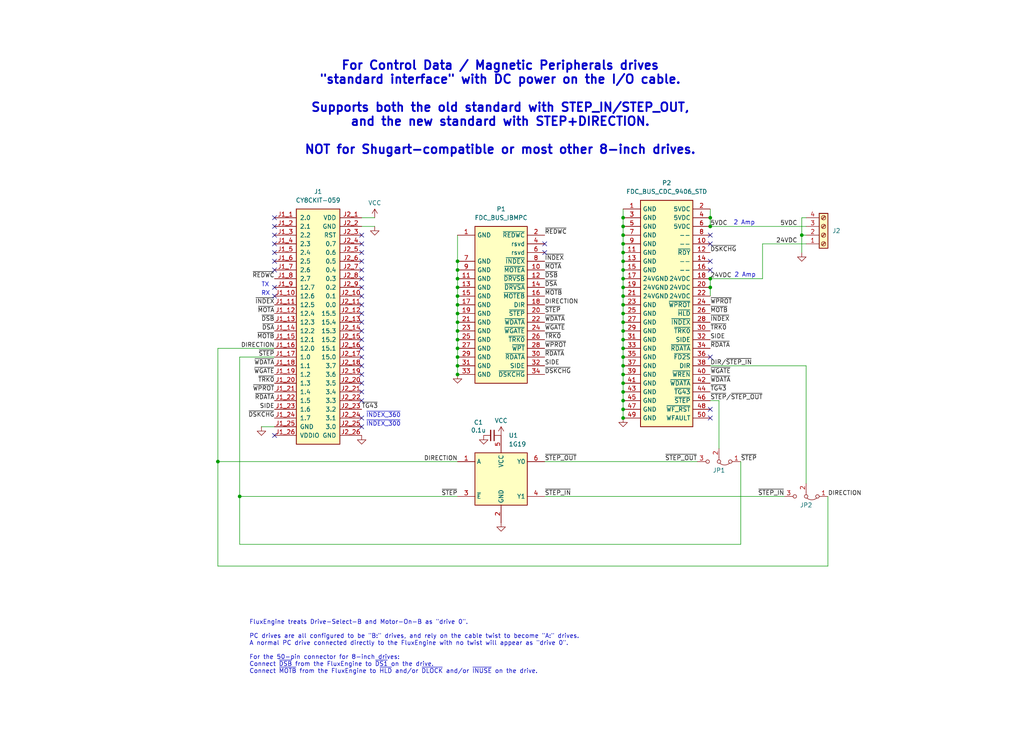
<source format=kicad_sch>
(kicad_sch (version 20231120) (generator "eeschema") (generator_version "8.0")
  (paper "User" 298.45 217.322)
  (title_block (title "FluxEngine_Hat_CDC-standard") (date "2024-08-08") (rev "004") (company "Brian K. White - b.kenyon.w@gmail.com") (comment 1 "CC BY-SA") (comment 2 "github.com/bkw777/FluxEngine_Kit"))
  (lib_symbols
    (symbol "000_LOCAL:74LVC1G19"
      (property "Reference" "U" (at -5.08 10.16 0))
      (property "Value" "74LVC1G19" (at 7.62 -10.16 0))
      (symbol "74LVC1G19_0_1"
        (rectangle (start -7.62 7.62) (end 7.62 -7.62) (stroke (width 0.254)) (fill (type background)))
      )
      (symbol "74LVC1G19_1_1"
        (pin input line (at -12.7 5.08 0) (length 5.08) (name "A") (number "1"))
        (pin power_in line (at 0 -12.7 90) (length 5.08) (name "GND") (number "2"))
        (pin input line (at -12.7 -5.08 0) (length 5.08) (name "~{E}") (number "3"))
        (pin output line (at 12.7 -5.08 180) (length 5.08) (name "Y1") (number "4"))
        (pin power_in line (at 0 12.7 270) (length 5.08) (name "VCC") (number "5"))
        (pin output line (at 12.7 5.08 180) (length 5.08) (name "Y0") (number "6"))
      )
    )
    (symbol "000_LOCAL:C" (pin_numbers hide) (pin_names (offset 0.254) hide)
      (property "Reference" "C" (at 0.254 1.778 0))
      (property "Value" "C" (at 0.254 -2.032 0))
      (symbol "C_0_1"
        (polyline (pts (xy -1.524 -0.508) (xy 1.524 -0.508)) (stroke (width 0.3302)))
        (polyline (pts (xy -1.524 0.508) (xy 1.524 0.508)) (stroke (width 0.3048)))
      )
      (symbol "C_1_1"
        (pin passive line (at 0 2.54 270) (length 2.032) (name "~") (number "1"))
        (pin passive line (at 0 -2.54 90) (length 2.032) (name "~") (number "2"))
      )
    )
    (symbol "000_LOCAL:CY8CKIT-059" (pin_names (offset 1.016))
      (property "Reference" "J" (at 0 34.29 0))
      (property "Value" "CY8CKIT-059" (at 0 -37.084 0))
      (symbol "CY8CKIT-059_1_1"
        (rectangle (start -6.35 33.02) (end 6.35 -35.56) (stroke (width 0.254)) (fill (type background)))
        (pin passive line (at -12.7 30.48 0) (length 6.35) (name "2.0") (number "J1_1"))
        (pin passive line (at -12.7 7.62 0) (length 6.35) (name "12.6") (number "J1_10"))
        (pin passive line (at -12.7 5.08 0) (length 6.35) (name "12.5") (number "J1_11"))
        (pin passive line (at -12.7 2.54 0) (length 6.35) (name "12.4") (number "J1_12"))
        (pin passive line (at -12.7 0 0) (length 6.35) (name "12.3") (number "J1_13"))
        (pin passive line (at -12.7 -2.54 0) (length 6.35) (name "12.2") (number "J1_14"))
        (pin passive line (at -12.7 -5.08 0) (length 6.35) (name "12.1") (number "J1_15"))
        (pin passive line (at -12.7 -7.62 0) (length 6.35) (name "12.0") (number "J1_16"))
        (pin passive line (at -12.7 -10.16 0) (length 6.35) (name "1.0") (number "J1_17"))
        (pin passive line (at -12.7 -12.7 0) (length 6.35) (name "1.1") (number "J1_18"))
        (pin passive line (at -12.7 -15.24 0) (length 6.35) (name "1.2") (number "J1_19"))
        (pin passive line (at -12.7 27.94 0) (length 6.35) (name "2.1") (number "J1_2"))
        (pin passive line (at -12.7 -17.78 0) (length 6.35) (name "1.3") (number "J1_20"))
        (pin passive line (at -12.7 -20.32 0) (length 6.35) (name "1.4") (number "J1_21"))
        (pin passive line (at -12.7 -22.86 0) (length 6.35) (name "1.5") (number "J1_22"))
        (pin passive line (at -12.7 -25.4 0) (length 6.35) (name "1.6") (number "J1_23"))
        (pin passive line (at -12.7 -27.94 0) (length 6.35) (name "1.7") (number "J1_24"))
        (pin passive line (at -12.7 -30.48 0) (length 6.35) (name "GND") (number "J1_25"))
        (pin passive line (at -12.7 -33.02 0) (length 6.35) (name "VDDIO") (number "J1_26"))
        (pin passive line (at -12.7 25.4 0) (length 6.35) (name "2.2") (number "J1_3"))
        (pin passive line (at -12.7 22.86 0) (length 6.35) (name "2.3") (number "J1_4"))
        (pin passive line (at -12.7 20.32 0) (length 6.35) (name "2.4") (number "J1_5"))
        (pin passive line (at -12.7 17.78 0) (length 6.35) (name "2.5") (number "J1_6"))
        (pin passive line (at -12.7 15.24 0) (length 6.35) (name "2.6") (number "J1_7"))
        (pin passive line (at -12.7 12.7 0) (length 6.35) (name "2.7") (number "J1_8"))
        (pin passive line (at -12.7 10.16 0) (length 6.35) (name "12.7") (number "J1_9"))
        (pin passive line (at 12.7 30.48 180) (length 6.35) (name "VDD") (number "J2_1"))
        (pin passive line (at 12.7 7.62 180) (length 6.35) (name "0.1") (number "J2_10"))
        (pin passive line (at 12.7 5.08 180) (length 6.35) (name "0.0") (number "J2_11"))
        (pin passive line (at 12.7 2.54 180) (length 6.35) (name "15.5") (number "J2_12"))
        (pin passive line (at 12.7 0 180) (length 6.35) (name "15.4") (number "J2_13"))
        (pin passive line (at 12.7 -2.54 180) (length 6.35) (name "15.3") (number "J2_14"))
        (pin passive line (at 12.7 -5.08 180) (length 6.35) (name "15.2") (number "J2_15"))
        (pin passive line (at 12.7 -7.62 180) (length 6.35) (name "15.1") (number "J2_16"))
        (pin passive line (at 12.7 -10.16 180) (length 6.35) (name "15.0") (number "J2_17"))
        (pin passive line (at 12.7 -12.7 180) (length 6.35) (name "3.7") (number "J2_18"))
        (pin passive line (at 12.7 -15.24 180) (length 6.35) (name "3.6") (number "J2_19"))
        (pin passive line (at 12.7 27.94 180) (length 6.35) (name "GND") (number "J2_2"))
        (pin passive line (at 12.7 -17.78 180) (length 6.35) (name "3.5") (number "J2_20"))
        (pin passive line (at 12.7 -20.32 180) (length 6.35) (name "3.4") (number "J2_21"))
        (pin passive line (at 12.7 -22.86 180) (length 6.35) (name "3.3") (number "J2_22"))
        (pin passive line (at 12.7 -25.4 180) (length 6.35) (name "3.2") (number "J2_23"))
        (pin passive line (at 12.7 -27.94 180) (length 6.35) (name "3.1") (number "J2_24"))
        (pin passive line (at 12.7 -30.48 180) (length 6.35) (name "3.0") (number "J2_25"))
        (pin passive line (at 12.7 -33.02 180) (length 6.35) (name "GND") (number "J2_26"))
        (pin passive line (at 12.7 25.4 180) (length 6.35) (name "RST") (number "J2_3"))
        (pin passive line (at 12.7 22.86 180) (length 6.35) (name "0.7") (number "J2_4"))
        (pin passive line (at 12.7 20.32 180) (length 6.35) (name "0.6") (number "J2_5"))
        (pin passive line (at 12.7 17.78 180) (length 6.35) (name "0.5") (number "J2_6"))
        (pin passive line (at 12.7 15.24 180) (length 6.35) (name "0.4") (number "J2_7"))
        (pin passive line (at 12.7 12.7 180) (length 6.35) (name "0.3") (number "J2_8"))
        (pin passive line (at 12.7 10.16 180) (length 6.35) (name "0.2") (number "J2_9"))
      )
    )
    (symbol "000_LOCAL:FDC_BUS_CDC_9406_STD" (pin_names (offset 0.635))
      (property "Reference" "J" (at 0 31.75 0))
      (property "Value" "FDC_BUS_CDC_9406_STD" (at 0 -37.084 0))
      (symbol "FDC_BUS_CDC_9406_STD_1_1"
        (rectangle (start -7.62 30.48) (end 7.62 -35.56) (stroke (width 0.254)) (fill (type background)))
        (pin passive line (at -12.7 27.94 0) (length 5.08) (name "GND") (number "1"))
        (pin passive line (at 12.7 17.78 180) (length 5.08) (name "--") (number "10"))
        (pin passive line (at -12.7 15.24 0) (length 5.08) (name "GND") (number "11"))
        (pin passive line (at 12.7 15.24 180) (length 5.08) (name "~{RDY}") (number "12"))
        (pin passive line (at -12.7 12.7 0) (length 5.08) (name "GND") (number "13"))
        (pin passive line (at 12.7 12.7 180) (length 5.08) (name "--") (number "14"))
        (pin passive line (at -12.7 10.16 0) (length 5.08) (name "GND") (number "15"))
        (pin passive line (at 12.7 10.16 180) (length 5.08) (name "--") (number "16"))
        (pin passive line (at -12.7 7.62 0) (length 5.08) (name "24VGND") (number "17"))
        (pin passive line (at 12.7 7.62 180) (length 5.08) (name "24VDC") (number "18"))
        (pin passive line (at -12.7 5.08 0) (length 5.08) (name "24VGND") (number "19"))
        (pin passive line (at 12.7 27.94 180) (length 5.08) (name "5VDC") (number "2"))
        (pin passive line (at 12.7 5.08 180) (length 5.08) (name "24VDC") (number "20"))
        (pin passive line (at -12.7 2.54 0) (length 5.08) (name "24VGND") (number "21"))
        (pin passive line (at 12.7 2.54 180) (length 5.08) (name "24VDC") (number "22"))
        (pin passive line (at -12.7 0 0) (length 5.08) (name "GND") (number "23"))
        (pin passive line (at 12.7 0 180) (length 5.08) (name "~{WPROT}") (number "24"))
        (pin passive line (at -12.7 -2.54 0) (length 5.08) (name "GND") (number "25"))
        (pin passive line (at 12.7 -2.54 180) (length 5.08) (name "~{HLD}") (number "26"))
        (pin passive line (at -12.7 -5.08 0) (length 5.08) (name "GND") (number "27"))
        (pin passive line (at 12.7 -5.08 180) (length 5.08) (name "~{INDEX}") (number "28"))
        (pin passive line (at -12.7 -7.62 0) (length 5.08) (name "GND") (number "29"))
        (pin passive line (at -12.7 25.4 0) (length 5.08) (name "GND") (number "3"))
        (pin passive line (at 12.7 -7.62 180) (length 5.08) (name "~{TRK0}") (number "30"))
        (pin passive line (at -12.7 -10.16 0) (length 5.08) (name "GND") (number "31"))
        (pin passive line (at 12.7 -10.16 180) (length 5.08) (name "SIDE") (number "32"))
        (pin passive line (at -12.7 -12.7 0) (length 5.08) (name "GND") (number "33"))
        (pin passive line (at 12.7 -12.7 180) (length 5.08) (name "~{RDATA}") (number "34"))
        (pin passive line (at -12.7 -15.24 0) (length 5.08) (name "GND") (number "35"))
        (pin passive line (at 12.7 -15.24 180) (length 5.08) (name "~{FD2S}") (number "36"))
        (pin passive line (at -12.7 -17.78 0) (length 5.08) (name "GND") (number "37"))
        (pin passive line (at 12.7 -17.78 180) (length 5.08) (name "DIR") (number "38"))
        (pin passive line (at -12.7 -20.32 0) (length 5.08) (name "GND") (number "39"))
        (pin passive line (at 12.7 25.4 180) (length 5.08) (name "5VDC") (number "4"))
        (pin passive line (at 12.7 -20.32 180) (length 5.08) (name "~{WREN}") (number "40"))
        (pin passive line (at -12.7 -22.86 0) (length 5.08) (name "GND") (number "41"))
        (pin passive line (at 12.7 -22.86 180) (length 5.08) (name "~{WDATA}") (number "42"))
        (pin passive line (at -12.7 -25.4 0) (length 5.08) (name "GND") (number "43"))
        (pin passive line (at 12.7 -25.4 180) (length 5.08) (name "~{TG43}") (number "44"))
        (pin passive line (at -12.7 -27.94 0) (length 5.08) (name "GND") (number "45"))
        (pin passive line (at 12.7 -27.94 180) (length 5.08) (name "~{STEP}") (number "46"))
        (pin passive line (at -12.7 -30.48 0) (length 5.08) (name "GND") (number "47"))
        (pin passive line (at 12.7 -30.48 180) (length 5.08) (name "~{WF_RST}") (number "48"))
        (pin passive line (at -12.7 -33.02 0) (length 5.08) (name "GND") (number "49"))
        (pin passive line (at -12.7 22.86 0) (length 5.08) (name "GND") (number "5"))
        (pin passive line (at 12.7 -33.02 180) (length 5.08) (name "WFAULT") (number "50"))
        (pin passive line (at 12.7 22.86 180) (length 5.08) (name "5VDC") (number "6"))
        (pin passive line (at -12.7 20.32 0) (length 5.08) (name "GND") (number "7"))
        (pin passive line (at 12.7 20.32 180) (length 5.08) (name "--") (number "8"))
        (pin passive line (at -12.7 17.78 0) (length 5.08) (name "GND") (number "9"))
      )
    )
    (symbol "000_LOCAL:FDC_BUS_IBMPC" (pin_names (offset 0.635))
      (property "Reference" "J" (at 0 24.13 0))
      (property "Value" "FDC_BUS_IBMPC" (at 0 -24.13 0))
      (symbol "FDC_BUS_IBMPC_1_1"
        (rectangle (start -7.62 22.86) (end 7.62 -22.86) (stroke (width 0.254)) (fill (type background)))
        (pin passive line (at -12.7 20.32 0) (length 5.08) (name "GND") (number "1"))
        (pin passive line (at 12.7 10.16 180) (length 5.08) (name "~{MOTEA}") (number "10"))
        (pin passive line (at -12.7 7.62 0) (length 5.08) (name "GND") (number "11"))
        (pin passive line (at 12.7 7.62 180) (length 5.08) (name "~{DRVSB}") (number "12"))
        (pin passive line (at -12.7 5.08 0) (length 5.08) (name "GND") (number "13"))
        (pin passive line (at 12.7 5.08 180) (length 5.08) (name "~{DRVSA}") (number "14"))
        (pin passive line (at -12.7 2.54 0) (length 5.08) (name "GND") (number "15"))
        (pin passive line (at 12.7 2.54 180) (length 5.08) (name "~{MOTEB}") (number "16"))
        (pin passive line (at -12.7 0 0) (length 5.08) (name "GND") (number "17"))
        (pin passive line (at 12.7 0 180) (length 5.08) (name "DIR") (number "18"))
        (pin passive line (at -12.7 -2.54 0) (length 5.08) (name "GND") (number "19"))
        (pin passive line (at 12.7 20.32 180) (length 5.08) (name "~{REDWC}") (number "2"))
        (pin passive line (at 12.7 -2.54 180) (length 5.08) (name "~{STEP}") (number "20"))
        (pin passive line (at -12.7 -5.08 0) (length 5.08) (name "GND") (number "21"))
        (pin passive line (at 12.7 -5.08 180) (length 5.08) (name "~{WDATA}") (number "22"))
        (pin passive line (at -12.7 -7.62 0) (length 5.08) (name "GND") (number "23"))
        (pin passive line (at 12.7 -7.62 180) (length 5.08) (name "~{WGATE}") (number "24"))
        (pin passive line (at -12.7 -10.16 0) (length 5.08) (name "GND") (number "25"))
        (pin passive line (at 12.7 -10.16 180) (length 5.08) (name "~{TRK0}") (number "26"))
        (pin passive line (at -12.7 -12.7 0) (length 5.08) (name "GND") (number "27"))
        (pin passive line (at 12.7 -12.7 180) (length 5.08) (name "~{WPT}") (number "28"))
        (pin passive line (at -12.7 -15.24 0) (length 5.08) (name "GND") (number "29"))
        (pin passive line (at 12.7 -15.24 180) (length 5.08) (name "~{RDATA}") (number "30"))
        (pin passive line (at -12.7 -17.78 0) (length 5.08) (name "GND") (number "31"))
        (pin passive line (at 12.7 -17.78 180) (length 5.08) (name "SIDE") (number "32"))
        (pin passive line (at -12.7 -20.32 0) (length 5.08) (name "GND") (number "33"))
        (pin passive line (at 12.7 -20.32 180) (length 5.08) (name "~{DSKCHG}") (number "34"))
        (pin passive line (at 12.7 17.78 180) (length 5.08) (name "rsvd") (number "4"))
        (pin passive line (at 12.7 15.24 180) (length 5.08) (name "rsvd") (number "6"))
        (pin passive line (at -12.7 12.7 0) (length 5.08) (name "GND") (number "7"))
        (pin passive line (at 12.7 12.7 180) (length 5.08) (name "~{INDEX}") (number "8"))
        (pin passive line (at -12.7 10.16 0) (length 5.08) (name "GND") (number "9"))
      )
    )
    (symbol "000_LOCAL:Jumper_3_Bridged12" (pin_names (offset 0) hide) (exclude_from_sim yes) (in_bom no)
      (property "Reference" "JP" (at -2.54 -2.54 0))
      (property "Value" "Jumper_3_Bridged12" (at 0 2.794 0))
      (symbol "Jumper_3_Bridged12_0_0"
        (circle (center -3.302 0) (radius 0.508))
        (circle (center 0 0) (radius 0.508))
        (circle (center 3.302 0) (radius 0.508))
      )
      (symbol "Jumper_3_Bridged12_0_1"
        (arc (start -0.254 0.508) (mid -1.651 0.9912) (end -3.048 0.508))
        (polyline (pts (xy 0 -1.27) (xy 0 -0.508)))
      )
      (symbol "Jumper_3_Bridged12_1_1"
        (pin passive line (at -6.35 0 0) (length 2.54) (name "A") (number "1"))
        (pin passive line (at 0 -3.81 90) (length 2.54) (name "C") (number "2"))
        (pin passive line (at 6.35 0 180) (length 2.54) (name "B") (number "3"))
      )
    )
    (symbol "000_LOCAL:Screw_Terminal_01x04" (pin_names (offset 1.016) hide)
      (property "Reference" "J" (at 0 5.08 0))
      (property "Value" "Screw_Terminal_01x04" (at 0 -7.62 0))
      (symbol "Screw_Terminal_01x04_1_1"
        (rectangle (start -1.27 3.81) (end 1.27 -6.35) (stroke (width 0.254)) (fill (type background)))
        (circle (center 0 -5.08) (radius 0.635) (stroke (width 0.1524)))
        (circle (center 0 -2.54) (radius 0.635) (stroke (width 0.1524)))
        (polyline (pts (xy -0.5334 -4.7498) (xy 0.3302 -5.588)) (stroke (width 0.1524)))
        (polyline (pts (xy -0.5334 -2.2098) (xy 0.3302 -3.048)) (stroke (width 0.1524)))
        (polyline (pts (xy -0.5334 0.3302) (xy 0.3302 -0.508)) (stroke (width 0.1524)))
        (polyline (pts (xy -0.5334 2.8702) (xy 0.3302 2.032)) (stroke (width 0.1524)))
        (polyline (pts (xy -0.3556 -4.572) (xy 0.508 -5.4102)) (stroke (width 0.1524)))
        (polyline (pts (xy -0.3556 -2.032) (xy 0.508 -2.8702)) (stroke (width 0.1524)))
        (polyline (pts (xy -0.3556 0.508) (xy 0.508 -0.3302)) (stroke (width 0.1524)))
        (polyline (pts (xy -0.3556 3.048) (xy 0.508 2.2098)) (stroke (width 0.1524)))
        (circle (center 0 0) (radius 0.635) (stroke (width 0.1524)))
        (circle (center 0 2.54) (radius 0.635) (stroke (width 0.1524)))
        (pin passive line (at -5.08 2.54 0) (length 3.81) (name "Pin_1") (number "1"))
        (pin passive line (at -5.08 0 0) (length 3.81) (name "Pin_2") (number "2"))
        (pin passive line (at -5.08 -2.54 0) (length 3.81) (name "Pin_3") (number "3"))
        (pin passive line (at -5.08 -5.08 0) (length 3.81) (name "Pin_4") (number "4"))
      )
    )
    (symbol "power:GND" (power) (pin_numbers hide) (pin_names (offset 0) hide)
      (property "Value" "GND" (at 0 -3.81 0))
      (symbol "GND_0_1"
        (polyline (pts (xy 0 0) (xy 0 -1.27) (xy 1.27 -1.27) (xy 0 -2.54) (xy -1.27 -1.27) (xy 0 -1.27)))
      )
      (symbol "GND_1_1"
        (pin power_in line (at 0 0 270) (length 0) (name "~") (number "1"))
      )
    )
    (symbol "power:VCC" (power) (pin_numbers hide) (pin_names (offset 0) hide)
      (property "Value" "VCC" (at 0 3.556 0))
      (symbol "VCC_0_1"
        (polyline (pts (xy -0.762 1.27) (xy 0 2.54)))
        (polyline (pts (xy 0 0) (xy 0 2.54)))
        (polyline (pts (xy 0 2.54) (xy 0.762 1.27)))
      )
      (symbol "VCC_1_1"
        (pin power_in line (at 0 0 90) (length 0) (name "~") (number "1"))
      )
    )
  )
  (junction (at 133.35 83.82))
  (junction (at 181.61 99.06))
  (junction (at 181.61 104.14))
  (junction (at 181.61 68.58))
  (junction (at 181.61 73.66))
  (junction (at 181.61 71.12))
  (junction (at 181.61 111.76))
  (junction (at 133.35 88.9))
  (junction (at 207.01 66.04))
  (junction (at 133.35 106.68))
  (junction (at 181.61 86.36))
  (junction (at 133.35 96.52))
  (junction (at 181.61 121.92))
  (junction (at 181.61 106.68))
  (junction (at 181.61 91.44))
  (junction (at 181.61 116.84))
  (junction (at 207.01 81.28))
  (junction (at 133.35 78.74))
  (junction (at 181.61 78.74))
  (junction (at 133.35 101.6))
  (junction (at 133.35 104.14))
  (junction (at 133.35 109.22))
  (junction (at 63.5 134.62))
  (junction (at 181.61 66.04))
  (junction (at 133.35 91.44))
  (junction (at 207.01 83.82))
  (junction (at 69.85 144.78))
  (junction (at 133.35 93.98))
  (junction (at 181.61 76.2))
  (junction (at 181.61 93.98))
  (junction (at 181.61 83.82))
  (junction (at 181.61 119.38))
  (junction (at 133.35 86.36))
  (junction (at 181.61 101.6))
  (junction (at 181.61 88.9))
  (junction (at 181.61 114.3))
  (junction (at 181.61 81.28))
  (junction (at 207.01 63.5))
  (junction (at 133.35 81.28))
  (junction (at 133.35 76.2))
  (junction (at 233.68 68.58))
  (junction (at 181.61 109.22))
  (junction (at 181.61 63.5))
  (junction (at 181.61 96.52))
  (junction (at 133.35 99.06))
  (no_connect (at 80.01 71.12))
  (no_connect (at 80.01 78.74))
  (no_connect (at 207.01 68.58))
  (no_connect (at 80.01 76.2))
  (no_connect (at 207.01 76.2))
  (no_connect (at 80.01 83.82))
  (no_connect (at 80.01 68.58))
  (no_connect (at 80.01 86.36))
  (no_connect (at 105.41 124.46))
  (no_connect (at 207.01 71.12))
  (no_connect (at 80.01 63.5))
  (no_connect (at 105.41 68.58))
  (no_connect (at 207.01 104.14))
  (no_connect (at 105.41 106.68))
  (no_connect (at 105.41 86.36))
  (no_connect (at 105.41 121.92))
  (no_connect (at 105.41 109.22))
  (no_connect (at 207.01 78.74))
  (no_connect (at 105.41 83.82))
  (no_connect (at 105.41 71.12))
  (no_connect (at 105.41 93.98))
  (no_connect (at 207.01 121.92))
  (no_connect (at 80.01 127))
  (no_connect (at 105.41 101.6))
  (no_connect (at 105.41 111.76))
  (no_connect (at 105.41 73.66))
  (no_connect (at 105.41 81.28))
  (no_connect (at 105.41 76.2))
  (no_connect (at 105.41 116.84))
  (no_connect (at 105.41 78.74))
  (no_connect (at 105.41 104.14))
  (no_connect (at 105.41 96.52))
  (no_connect (at 80.01 66.04))
  (no_connect (at 105.41 99.06))
  (no_connect (at 207.01 119.38))
  (no_connect (at 105.41 114.3))
  (no_connect (at 105.41 91.44))
  (no_connect (at 80.01 73.66))
  (no_connect (at 158.75 71.12))
  (no_connect (at 158.75 73.66))
  (no_connect (at 105.41 88.9))
  (wire (pts (xy 181.61 68.58) (xy 181.61 71.12)))
  (wire (pts (xy 133.35 104.14) (xy 133.35 106.68)))
  (wire (pts (xy 181.61 66.04) (xy 181.61 68.58)))
  (wire (pts (xy 133.35 68.58) (xy 133.35 76.2)))
  (wire (pts (xy 133.35 106.68) (xy 133.35 109.22)))
  (wire (pts (xy 105.41 66.04) (xy 109.22 66.04)))
  (wire (pts (xy 181.61 88.9) (xy 181.61 91.44)))
  (wire (pts (xy 63.5 134.62) (xy 133.35 134.62)))
  (wire (pts (xy 207.01 81.28) (xy 222.25 81.28)))
  (wire (pts (xy 234.95 106.68) (xy 234.95 140.97)))
  (wire (pts (xy 63.5 101.6) (xy 80.01 101.6)))
  (wire (pts (xy 133.35 101.6) (xy 133.35 104.14)))
  (wire (pts (xy 69.85 158.75) (xy 215.9 158.75)))
  (wire (pts (xy 222.25 81.28) (xy 222.25 71.12)))
  (wire (pts (xy 158.75 134.62) (xy 203.2 134.62)))
  (wire (pts (xy 133.35 93.98) (xy 133.35 96.52)))
  (wire (pts (xy 80.01 124.46) (xy 76.2 124.46)))
  (wire (pts (xy 181.61 91.44) (xy 181.61 93.98)))
  (wire (pts (xy 69.85 144.78) (xy 133.35 144.78)))
  (wire (pts (xy 207.01 106.68) (xy 234.95 106.68)))
  (wire (pts (xy 233.68 73.66) (xy 233.68 68.58)))
  (wire (pts (xy 181.61 60.96) (xy 181.61 63.5)))
  (wire (pts (xy 181.61 93.98) (xy 181.61 96.52)))
  (wire (pts (xy 207.01 63.5) (xy 207.01 66.04)))
  (wire (pts (xy 69.85 144.78) (xy 69.85 158.75)))
  (wire (pts (xy 181.61 86.36) (xy 181.61 88.9)))
  (wire (pts (xy 63.5 134.62) (xy 63.5 165.1)))
  (wire (pts (xy 222.25 71.12) (xy 234.95 71.12)))
  (wire (pts (xy 63.5 165.1) (xy 241.3 165.1)))
  (wire (pts (xy 181.61 81.28) (xy 181.61 83.82)))
  (wire (pts (xy 181.61 119.38) (xy 181.61 121.92)))
  (wire (pts (xy 181.61 111.76) (xy 181.61 114.3)))
  (wire (pts (xy 181.61 114.3) (xy 181.61 116.84)))
  (wire (pts (xy 181.61 99.06) (xy 181.61 101.6)))
  (wire (pts (xy 181.61 96.52) (xy 181.61 99.06)))
  (wire (pts (xy 133.35 86.36) (xy 133.35 88.9)))
  (wire (pts (xy 181.61 116.84) (xy 181.61 119.38)))
  (wire (pts (xy 207.01 66.04) (xy 234.95 66.04)))
  (wire (pts (xy 158.75 144.78) (xy 228.6 144.78)))
  (wire (pts (xy 181.61 73.66) (xy 181.61 76.2)))
  (wire (pts (xy 207.01 116.84) (xy 209.55 116.84)))
  (wire (pts (xy 181.61 63.5) (xy 181.61 66.04)))
  (wire (pts (xy 241.3 144.78) (xy 241.3 165.1)))
  (wire (pts (xy 209.55 116.84) (xy 209.55 130.81)))
  (wire (pts (xy 181.61 106.68) (xy 181.61 109.22)))
  (wire (pts (xy 133.35 99.06) (xy 133.35 101.6)))
  (wire (pts (xy 181.61 78.74) (xy 181.61 81.28)))
  (wire (pts (xy 233.68 68.58) (xy 234.95 68.58)))
  (wire (pts (xy 181.61 101.6) (xy 181.61 104.14)))
  (wire (pts (xy 181.61 71.12) (xy 181.61 73.66)))
  (wire (pts (xy 133.35 88.9) (xy 133.35 91.44)))
  (wire (pts (xy 233.68 68.58) (xy 233.68 63.5)))
  (wire (pts (xy 133.35 96.52) (xy 133.35 99.06)))
  (wire (pts (xy 69.85 104.14) (xy 69.85 144.78)))
  (wire (pts (xy 133.35 91.44) (xy 133.35 93.98)))
  (wire (pts (xy 207.01 83.82) (xy 207.01 86.36)))
  (wire (pts (xy 181.61 104.14) (xy 181.61 106.68)))
  (wire (pts (xy 207.01 60.96) (xy 207.01 63.5)))
  (wire (pts (xy 69.85 104.14) (xy 80.01 104.14)))
  (wire (pts (xy 233.68 63.5) (xy 234.95 63.5)))
  (wire (pts (xy 63.5 101.6) (xy 63.5 134.62)))
  (wire (pts (xy 133.35 81.28) (xy 133.35 83.82)))
  (wire (pts (xy 215.9 134.62) (xy 215.9 158.75)))
  (wire (pts (xy 181.61 109.22) (xy 181.61 111.76)))
  (wire (pts (xy 181.61 83.82) (xy 181.61 86.36)))
  (wire (pts (xy 133.35 83.82) (xy 133.35 86.36)))
  (wire (pts (xy 105.41 63.5) (xy 109.22 63.5)))
  (wire (pts (xy 133.35 76.2) (xy 133.35 78.74)))
  (wire (pts (xy 181.61 76.2) (xy 181.61 78.74)))
  (wire (pts (xy 133.35 78.74) (xy 133.35 81.28)))
  (wire (pts (xy 207.01 81.28) (xy 207.01 83.82)))
  (text "FluxEngine treats Drive-Select-B and Motor-On-B as \"drive 0\".\n\nPC drives are all configured to be \"B:\" drives, and rely on the cable twist to become \"A:\" drives.\nA normal PC drive connected directly to the FluxEngine with no twist will appear as \"drive 0\".\n\nFor the 50-pin connector for 8-inch drives:\nConnect ~{DSB} from the FluxEngine to ~{DS1} on the drive.\nConnect ~{MOTB} from the FluxEngine to ~{HLD} and/or ~{DLOCK} and/or ~{INUSE} on the drive.\n" (at 72.644 196.596 0) (effects (font (size 1.27 1.27)) (justify left bottom)))
  (text "~{INDEX_300}" (at 106.68 124.46 0) (effects (font (size 1.2446 1.2446)) (justify left bottom)))
  (text "TX" (at 78.486 83.82 0) (effects (font (size 1.2446 1.2446)) (justify right bottom)))
  (text "For Control Data / Magnetic Peripherals drives\n\"standard interface\" with DC power on the I/O cable.\n\nSupports both the old standard with STEP_IN/STEP_OUT,\nand the new standard with STEP+DIRECTION.\n\nNOT for Shugart-compatible or most other 8-inch drives.\n" (at 145.796 31.496 0) (effects (font (size 2.54 2.54) (thickness 0.508) (bold yes))))
  (text "2 Amp" (at 216.916 65.024 0) (effects (font (size 1.27 1.27))))
  (text "RX" (at 78.74 86.36 0) (effects (font (size 1.2446 1.2446)) (justify right bottom)))
  (text "~{INDEX_360}" (at 106.68 121.92 0) (effects (font (size 1.2446 1.2446)) (justify left bottom)))
  (text "2 Amp" (at 217.17 80.264 0) (effects (font (size 1.27 1.27))))
  (label "~{WDATA}" (at 158.75 93.98 0) (effects (font (size 1.2446 1.2446))))
  (label "~{WDATA}" (at 207.01 111.76 0) (effects (font (size 1.2446 1.2446))))
  (label "24VDC" (at 207.01 81.28 0))
  (label "~{REDWC}" (at 80.01 81.28 180) (effects (font (size 1.2446 1.2446))))
  (label "~{MOTB}" (at 207.01 91.44 0) (effects (font (size 1.2446 1.2446))))
  (label "5VDC" (at 232.41 66.04 180))
  (label "~{DSKCHG}" (at 207.01 73.66 0) (effects (font (size 1.2446 1.2446))))
  (label "DIRECTION" (at 133.35 134.62 180) (effects (font (size 1.2446 1.2446))))
  (label "~{TG43}" (at 207.01 114.3 0) (effects (font (size 1.2446 1.2446))))
  (label "~{WPROT}" (at 158.75 101.6 0) (effects (font (size 1.2446 1.2446))))
  (label "~{WGATE}" (at 158.75 96.52 0) (effects (font (size 1.2446 1.2446))))
  (label "~{WPROT}" (at 80.01 114.3 180) (effects (font (size 1.2446 1.2446))))
  (label "~{REDWC}" (at 158.75 68.58 0) (effects (font (size 1.2446 1.2446))))
  (label "~{DSB}" (at 158.75 81.28 0) (effects (font (size 1.2446 1.2446))))
  (label "~{STEP_IN}" (at 158.75 144.78 0))
  (label "SIDE" (at 158.75 106.68 0) (effects (font (size 1.2446 1.2446))))
  (label "~{STEP}" (at 215.9 134.62 0) (effects (font (size 1.2446 1.2446))))
  (label "~{WDATA}" (at 80.01 106.68 180) (effects (font (size 1.2446 1.2446))))
  (label "~{TRK0}" (at 158.75 99.06 0) (effects (font (size 1.2446 1.2446))))
  (label "~{WPROT}" (at 207.01 88.9 0) (effects (font (size 1.2446 1.2446))))
  (label "~{MOTB}" (at 158.75 86.36 0) (effects (font (size 1.2446 1.2446))))
  (label "~{DSB}" (at 80.01 93.98 180) (effects (font (size 1.2446 1.2446))))
  (label "~{RDATA}" (at 158.75 104.14 0) (effects (font (size 1.2446 1.2446))))
  (label "~{DSA}" (at 80.01 96.52 180) (effects (font (size 1.2446 1.2446))))
  (label "~{MOTA}" (at 80.01 91.44 180) (effects (font (size 1.2446 1.2446))))
  (label "~{STEP}{slash}~{STEP_OUT}" (at 207.01 116.84 0))
  (label "~{STEP_OUT}" (at 203.2 134.62 180))
  (label "~{WGATE}" (at 207.01 109.22 0) (effects (font (size 1.2446 1.2446))))
  (label "~{INDEX}" (at 207.01 93.98 0) (effects (font (size 1.2446 1.2446))))
  (label "~{STEP}" (at 158.75 91.44 0) (effects (font (size 1.2446 1.2446))))
  (label "DIRECTION" (at 241.3 144.78 0) (effects (font (size 1.2446 1.2446))))
  (label "DIR{slash}~{STEP_IN}" (at 207.01 106.68 0))
  (label "~{DSA}" (at 158.75 83.82 0) (effects (font (size 1.2446 1.2446))))
  (label "~{STEP_IN}" (at 228.6 144.78 180))
  (label "~{TRK0}" (at 207.01 96.52 0) (effects (font (size 1.2446 1.2446))))
  (label "~{DSKCHG}" (at 80.01 121.92 180) (effects (font (size 1.2446 1.2446))))
  (label "~{STEP}" (at 80.01 104.14 180) (effects (font (size 1.2446 1.2446))))
  (label "SIDE" (at 80.01 119.38 180) (effects (font (size 1.2446 1.2446))))
  (label "~{DSKCHG}" (at 158.75 109.22 0) (effects (font (size 1.2446 1.2446))))
  (label "~{STEP_OUT}" (at 158.75 134.62 0))
  (label "~{TRK0}" (at 80.01 111.76 180) (effects (font (size 1.2446 1.2446))))
  (label "~{RDATA}" (at 207.01 101.6 0) (effects (font (size 1.2446 1.2446))))
  (label "~{STEP}" (at 133.35 144.78 180) (effects (font (size 1.2446 1.2446))))
  (label "~{MOTA}" (at 158.75 78.74 0) (effects (font (size 1.2446 1.2446))))
  (label "SIDE" (at 207.01 99.06 0) (effects (font (size 1.2446 1.2446))))
  (label "~{INDEX}" (at 158.75 76.2 0) (effects (font (size 1.2446 1.2446))))
  (label "DIRECTION" (at 80.01 101.6 180) (effects (font (size 1.2446 1.2446))))
  (label "24VDC" (at 232.41 71.12 180))
  (label "~{WGATE}" (at 80.01 109.22 180) (effects (font (size 1.2446 1.2446))))
  (label "~{TG43}" (at 105.41 119.38 0) (effects (font (size 1.2446 1.2446))))
  (label "~{RDATA}" (at 80.01 116.84 180) (effects (font (size 1.2446 1.2446))))
  (label "5VDC" (at 207.01 66.04 0))
  (label "~{MOTB}" (at 80.01 99.06 180) (effects (font (size 1.2446 1.2446))))
  (label "DIRECTION" (at 158.75 88.9 0) (effects (font (size 1.2446 1.2446))))
  (label "~{INDEX}" (at 80.01 88.9 180) (effects (font (size 1.2446 1.2446))))
  (symbol (lib_id "000_LOCAL:Jumper_3_Bridged12") (at 209.55 134.62 180) (unit 1) (exclude_from_sim yes) (in_bom no)
    (property "Reference" "JP1" (at 209.55 137.16 0))
    (property "Value" "Jumper_3_Bridged12" (effects (hide yes)))
    (property "Footprint" "000_LOCAL:PinHeader_1x03_P2.54mm_Vertical" (effects (hide yes)))
    (property "Description" "Jumper, 3-pole, pins 1+2 closed/bridged" (effects (hide yes)))
  )
  (symbol (lib_id "000_LOCAL:74LVC1G19") (at 146.05 139.7 0) (unit 1)
    (property "Reference" "U1" (at 148.2441 127 0) (effects (justify left)))
    (property "Value" "1G19" (at 148.2441 129.54 0) (effects (justify left)))
    (property "Footprint" "000_LOCAL:SOT-363_SC-70-6" (effects (hide yes)))
    (property "Datasheet" "datasheets/74LVC1G19.pdf" (effects (hide yes)))
    (property "Description" "1 of 2 Decoder, Low-Voltage CMOS" (effects (hide yes)))
  )
  (symbol (lib_id "power:VCC") (at 146.05 127 0) (unit 1)
    (property "Reference" "#PWR01" (effects (hide yes)))
    (property "Value" "VCC" (at 146.05 122.682 0))
    (property "Description" "Power symbol creates a global label with name \"VCC\"" (effects (hide yes)))
  )
  (symbol (lib_id "000_LOCAL:C") (at 143.51 127 270) (unit 1)
    (property "Reference" "C1" (at 139.446 123.19 90))
    (property "Value" "0.1u" (at 139.446 125.476 90))
    (property "Footprint" "000_LOCAL:C_0805_2012Metric" (effects (hide yes)))
    (property "Description" "Unpolarized capacitor, small symbol" (effects (hide yes)))
  )
  (symbol (lib_id "power:GND") (at 146.05 152.4 0) (unit 1)
    (property "Reference" "#PWR013" (effects (hide yes)))
    (property "Value" "GND" (effects (hide yes)))
    (property "Description" "Power symbol creates a global label with name \"GND\" , ground" (effects (hide yes)))
  )
  (symbol (lib_id "power:GND") (at 140.97 127 0) (unit 1)
    (property "Reference" "#PWR012" (effects (hide yes)))
    (property "Value" "GND" (effects (hide yes)))
    (property "Description" "Power symbol creates a global label with name \"GND\" , ground" (effects (hide yes)))
  )
  (symbol (lib_id "power:GND") (at 233.68 73.66 0) (unit 1)
    (property "Reference" "#PWR03" (effects (hide yes)))
    (property "Value" "GND" (effects (hide yes)))
    (property "Description" "Power symbol creates a global label with name \"GND\" , ground" (effects (hide yes)))
  )
  (symbol (lib_id "000_LOCAL:Screw_Terminal_01x04") (at 240.03 68.58 0) (mirror x) (unit 1)
    (property "Reference" "J2" (at 242.57 67.3101 0) (effects (justify left)))
    (property "Value" "Screw_Terminal_01x04" (effects (hide yes)))
    (property "Footprint" "000_LOCAL:ScrewTerminal_1x04_P3.5mm_vertical" (effects (hide yes)))
    (property "Description" "Generic screw terminal, single row, 01x04, script generated (kicad-library-utils/schlib/autogen/connector/)" (effects (hide yes)))
  )
  (symbol (lib_id "power:GND") (at 105.41 127 0) (unit 1)
    (property "Reference" "#PWR06" (effects (hide yes)))
    (property "Value" "GND" (effects (hide yes)))
    (property "Description" "Power symbol creates a global label with name \"GND\" , ground" (effects (hide yes)))
  )
  (symbol (lib_id "000_LOCAL:CY8CKIT-059") (at 92.71 93.98 0) (unit 1)
    (property "Reference" "J1" (at 92.71 55.88 0))
    (property "Value" "CY8CKIT-059" (at 92.71 58.42 0))
    (property "Footprint" "000_LOCAL:CY8CKIT-059 dry fit" (effects (hide yes)))
    (property "Datasheet" "datasheets/CY8CKIT-059.pdf" (effects (hide yes)))
    (property "Description" "Infineon Cypress CY8CKIT-059 Arm & CPLD eval board " (effects (hide yes)))
  )
  (symbol (lib_id "power:VCC") (at 109.22 63.5 0) (unit 1)
    (property "Reference" "#PWR05" (effects (hide yes)))
    (property "Value" "VCC" (at 109.22 59.182 0))
    (property "Description" "Power symbol creates a global label with name \"VCC\"" (effects (hide yes)))
  )
  (symbol (lib_id "000_LOCAL:Jumper_3_Bridged12") (at 234.95 144.78 180) (unit 1) (exclude_from_sim yes) (in_bom no)
    (property "Reference" "JP2" (at 234.95 147.32 0))
    (property "Value" "Jumper_3_Bridged12" (effects (hide yes)))
    (property "Footprint" "000_LOCAL:PinHeader_1x03_P2.54mm_Vertical" (effects (hide yes)))
    (property "Description" "Jumper, 3-pole, pins 1+2 closed/bridged" (effects (hide yes)))
  )
  (symbol (lib_id "power:GND") (at 109.22 66.04 0) (mirror y) (unit 1)
    (property "Reference" "#PWR08" (effects (hide yes)))
    (property "Value" "GND" (effects (hide yes)))
    (property "Description" "Power symbol creates a global label with name \"GND\" , ground" (effects (hide yes)))
  )
  (symbol (lib_id "000_LOCAL:FDC_BUS_IBMPC") (at 146.05 88.9 0) (unit 1)
    (property "Reference" "P1" (at 146.05 60.96 0))
    (property "Value" "FDC_BUS_IBMPC" (at 146.05 63.5 0))
    (property "Footprint" "000_LOCAL:IDC-Header_2x17_P2.54mm_Latch_Vertical - FDD" (effects (hide yes)))
    (property "Datasheet" "datasheets/fdd-bus-interface-34p_5.25inch.png" (effects (hide yes)))
    (property "Description" "34-pin IBM PC floppy drive interface, host-side, pins 3 & 5 removed" (effects (hide yes)))
  )
  (symbol (lib_id "000_LOCAL:FDC_BUS_CDC_9406_STD") (at 194.31 88.9 0) (unit 1)
    (property "Reference" "P2" (at 194.31 53.34 0))
    (property "Value" "FDC_BUS_CDC_9406_STD" (at 194.31 55.88 0))
    (property "Footprint" "000_LOCAL:IDC-Header_2x25_P2.54mm_Latch_Vertical" (effects (hide yes)))
    (property "Datasheet" "datasheets/CDC_FDD_pinouts.png" (effects (hide yes)))
    (property "Description" "Control Data / Magnetic Peripherals new 9406 fdc bus \"standard\" interface, DC power on the i/o cable, STEP+DRECTION" (effects (hide yes)))
  )
  (symbol (lib_id "power:GND") (at 133.35 109.22 0) (unit 1)
    (property "Reference" "#PWR07" (effects (hide yes)))
    (property "Value" "GND" (effects (hide yes)))
    (property "Description" "Power symbol creates a global label with name \"GND\" , ground" (effects (hide yes)))
  )
  (symbol (lib_id "power:GND") (at 181.61 121.92 0) (unit 1)
    (property "Reference" "#PWR02" (effects (hide yes)))
    (property "Value" "GND" (effects (hide yes)))
    (property "Description" "Power symbol creates a global label with name \"GND\" , ground" (effects (hide yes)))
  )
  (symbol (lib_id "power:GND") (at 76.2 124.46 0) (mirror y) (unit 1)
    (property "Reference" "#PWR04" (effects (hide yes)))
    (property "Value" "GND" (effects (hide yes)))
    (property "Description" "Power symbol creates a global label with name \"GND\" , ground" (effects (hide yes)))
  )
)
</source>
